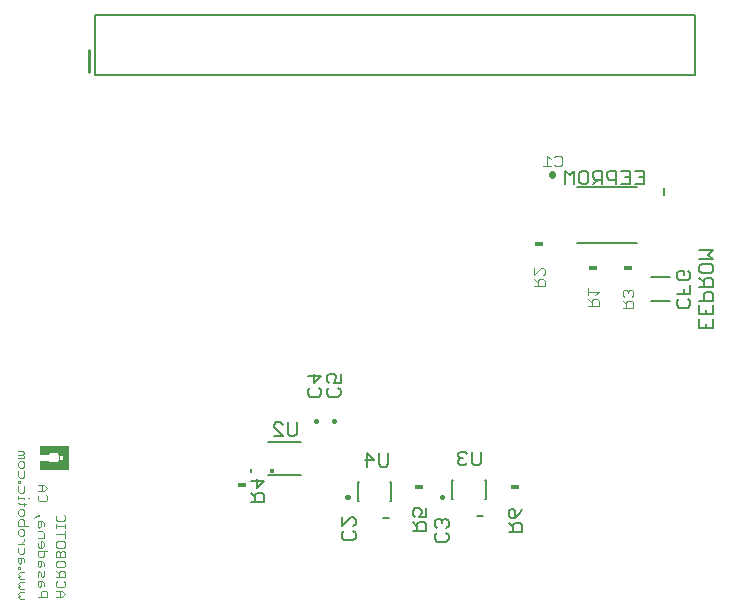
<source format=gbo>
G75*
%MOIN*%
%OFA0B0*%
%FSLAX24Y24*%
%IPPOS*%
%LPD*%
%AMOC8*
5,1,8,0,0,1.08239X$1,22.5*
%
%ADD10C,0.0040*%
%ADD11C,0.0050*%
%ADD12C,0.0100*%
%ADD13C,0.0080*%
%ADD14C,0.0060*%
%ADD15R,0.0100X0.0250*%
%ADD16R,0.0300X0.0180*%
%ADD17C,0.0220*%
%ADD18C,0.0010*%
%ADD19C,0.0157*%
%ADD20C,0.0160*%
%ADD21R,0.0280X0.0160*%
D10*
X000433Y002872D02*
X000380Y002925D01*
X000433Y002979D01*
X000380Y003032D01*
X000433Y003085D01*
X000594Y003085D01*
X000594Y003203D02*
X000433Y003203D01*
X000380Y003257D01*
X000433Y003310D01*
X000380Y003363D01*
X000433Y003417D01*
X000594Y003417D01*
X000594Y003535D02*
X000433Y003535D01*
X000380Y003588D01*
X000433Y003642D01*
X000380Y003695D01*
X000433Y003748D01*
X000594Y003748D01*
X000433Y003866D02*
X000433Y003920D01*
X000380Y003920D01*
X000380Y003866D01*
X000433Y003866D01*
X000433Y004032D02*
X000487Y004085D01*
X000487Y004246D01*
X000540Y004246D02*
X000380Y004246D01*
X000380Y004085D01*
X000433Y004032D01*
X000594Y004085D02*
X000594Y004192D01*
X000540Y004246D01*
X000540Y004363D02*
X000433Y004363D01*
X000380Y004417D01*
X000380Y004577D01*
X000380Y004695D02*
X000594Y004695D01*
X000594Y004802D02*
X000594Y004855D01*
X000594Y004802D02*
X000487Y004695D01*
X000594Y004577D02*
X000594Y004417D01*
X000540Y004363D01*
X001030Y004301D02*
X001083Y004248D01*
X001190Y004248D01*
X001244Y004301D01*
X001244Y004461D01*
X001350Y004461D02*
X001030Y004461D01*
X001030Y004301D01*
X001030Y004130D02*
X001030Y003970D01*
X001083Y003916D01*
X001137Y003970D01*
X001137Y004130D01*
X001190Y004130D02*
X001030Y004130D01*
X001190Y004130D02*
X001244Y004076D01*
X001244Y003970D01*
X001244Y003798D02*
X001244Y003638D01*
X001190Y003585D01*
X001137Y003638D01*
X001137Y003745D01*
X001083Y003798D01*
X001030Y003745D01*
X001030Y003585D01*
X001030Y003467D02*
X001030Y003307D01*
X001083Y003253D01*
X001137Y003307D01*
X001137Y003467D01*
X001190Y003467D02*
X001030Y003467D01*
X001190Y003467D02*
X001244Y003413D01*
X001244Y003307D01*
X001297Y003135D02*
X001190Y003135D01*
X001137Y003082D01*
X001137Y002922D01*
X001030Y002922D02*
X001350Y002922D01*
X001350Y003082D01*
X001297Y003135D01*
X001630Y003135D02*
X001844Y003135D01*
X001950Y003029D01*
X001844Y002922D01*
X001630Y002922D01*
X001790Y002922D02*
X001790Y003135D01*
X001683Y003253D02*
X001630Y003307D01*
X001630Y003413D01*
X001683Y003467D01*
X001630Y003585D02*
X001950Y003585D01*
X001950Y003745D01*
X001897Y003798D01*
X001790Y003798D01*
X001737Y003745D01*
X001737Y003585D01*
X001737Y003692D02*
X001630Y003798D01*
X001683Y003916D02*
X001630Y003970D01*
X001630Y004076D01*
X001683Y004130D01*
X001897Y004130D01*
X001950Y004076D01*
X001950Y003970D01*
X001897Y003916D01*
X001683Y003916D01*
X001630Y004248D02*
X001630Y004408D01*
X001683Y004461D01*
X001737Y004461D01*
X001790Y004408D01*
X001790Y004248D01*
X001790Y004408D02*
X001844Y004461D01*
X001897Y004461D01*
X001950Y004408D01*
X001950Y004248D01*
X001630Y004248D01*
X001683Y004579D02*
X001630Y004633D01*
X001630Y004739D01*
X001683Y004793D01*
X001897Y004793D01*
X001950Y004739D01*
X001950Y004633D01*
X001897Y004579D01*
X001683Y004579D01*
X001950Y004911D02*
X001950Y005124D01*
X001950Y005017D02*
X001630Y005017D01*
X001630Y005242D02*
X001630Y005349D01*
X001630Y005296D02*
X001950Y005296D01*
X001950Y005349D02*
X001950Y005242D01*
X001897Y005463D02*
X001683Y005463D01*
X001630Y005517D01*
X001630Y005623D01*
X001683Y005677D01*
X001897Y005677D02*
X001950Y005623D01*
X001950Y005517D01*
X001897Y005463D01*
X001244Y005402D02*
X001190Y005456D01*
X001030Y005456D01*
X001030Y005296D01*
X001083Y005242D01*
X001137Y005296D01*
X001137Y005456D01*
X001244Y005402D02*
X001244Y005296D01*
X001190Y005124D02*
X001030Y005124D01*
X001190Y005124D02*
X001244Y005071D01*
X001244Y004911D01*
X001030Y004911D01*
X001137Y004793D02*
X001137Y004579D01*
X001190Y004579D02*
X001244Y004633D01*
X001244Y004739D01*
X001190Y004793D01*
X001137Y004793D01*
X001030Y004739D02*
X001030Y004633D01*
X001083Y004579D01*
X001190Y004579D01*
X000594Y005025D02*
X000594Y005131D01*
X000540Y005185D01*
X000433Y005185D01*
X000380Y005131D01*
X000380Y005025D01*
X000433Y004971D01*
X000540Y004971D01*
X000594Y005025D01*
X000594Y005303D02*
X000594Y005463D01*
X000540Y005516D01*
X000433Y005516D01*
X000380Y005463D01*
X000380Y005303D01*
X000700Y005303D01*
X000923Y005574D02*
X001030Y005680D01*
X001030Y005627D01*
X001083Y005627D01*
X001083Y005680D01*
X001030Y005680D01*
X000594Y005688D02*
X000594Y005794D01*
X000540Y005848D01*
X000433Y005848D01*
X000380Y005794D01*
X000380Y005688D01*
X000433Y005634D01*
X000540Y005634D01*
X000594Y005688D01*
X000594Y005966D02*
X000594Y006072D01*
X000647Y006019D02*
X000433Y006019D01*
X000380Y006072D01*
X000380Y006187D02*
X000380Y006293D01*
X000380Y006240D02*
X000594Y006240D01*
X000594Y006187D01*
X000700Y006240D02*
X000754Y006240D01*
X000540Y006408D02*
X000433Y006408D01*
X000380Y006461D01*
X000380Y006621D01*
X000380Y006739D02*
X000380Y006792D01*
X000433Y006792D01*
X000433Y006739D01*
X000380Y006739D01*
X000433Y006905D02*
X000380Y006958D01*
X000380Y007118D01*
X000433Y007236D02*
X000380Y007290D01*
X000380Y007396D01*
X000433Y007450D01*
X000540Y007450D01*
X000594Y007396D01*
X000594Y007290D01*
X000540Y007236D01*
X000433Y007236D01*
X000594Y007118D02*
X000594Y006958D01*
X000540Y006905D01*
X000433Y006905D01*
X000594Y006621D02*
X000594Y006461D01*
X000540Y006408D01*
X001030Y006458D02*
X001244Y006458D01*
X001350Y006564D01*
X001244Y006671D01*
X001030Y006671D01*
X001190Y006671D02*
X001190Y006458D01*
X001083Y006340D02*
X001030Y006286D01*
X001030Y006180D01*
X001083Y006126D01*
X001297Y006126D01*
X001350Y006180D01*
X001350Y006286D01*
X001297Y006340D01*
X000594Y007568D02*
X000380Y007568D01*
X000380Y007675D02*
X000540Y007675D01*
X000594Y007728D01*
X000540Y007781D01*
X000380Y007781D01*
X000540Y007675D02*
X000594Y007621D01*
X000594Y007568D01*
X001897Y003467D02*
X001950Y003413D01*
X001950Y003307D01*
X001897Y003253D01*
X001683Y003253D01*
X000594Y002872D02*
X000433Y002872D01*
X017580Y013285D02*
X017940Y013285D01*
X017940Y013465D01*
X017880Y013525D01*
X017760Y013525D01*
X017700Y013465D01*
X017700Y013285D01*
X017700Y013405D02*
X017580Y013525D01*
X017580Y013653D02*
X017820Y013894D01*
X017880Y013894D01*
X017940Y013834D01*
X017940Y013714D01*
X017880Y013653D01*
X017580Y013653D02*
X017580Y013894D01*
X019380Y013230D02*
X019380Y012990D01*
X019380Y013110D02*
X019740Y013110D01*
X019620Y012990D01*
X019560Y012862D02*
X019500Y012802D01*
X019500Y012622D01*
X019500Y012742D02*
X019380Y012862D01*
X019560Y012862D02*
X019680Y012862D01*
X019740Y012802D01*
X019740Y012622D01*
X019380Y012622D01*
X020530Y012572D02*
X020890Y012572D01*
X020890Y012752D01*
X020830Y012812D01*
X020710Y012812D01*
X020650Y012752D01*
X020650Y012572D01*
X020650Y012692D02*
X020530Y012812D01*
X020590Y012940D02*
X020530Y013000D01*
X020530Y013120D01*
X020590Y013180D01*
X020650Y013180D01*
X020710Y013120D01*
X020710Y013060D01*
X020710Y013120D02*
X020770Y013180D01*
X020830Y013180D01*
X020890Y013120D01*
X020890Y013000D01*
X020830Y012940D01*
X018440Y017282D02*
X018320Y017282D01*
X018260Y017342D01*
X018132Y017282D02*
X017891Y017282D01*
X018012Y017282D02*
X018012Y017642D01*
X018132Y017522D01*
X018260Y017582D02*
X018320Y017642D01*
X018440Y017642D01*
X018500Y017582D01*
X018500Y017342D01*
X018440Y017282D01*
D11*
X018628Y017146D02*
X018628Y016696D01*
X018928Y016696D02*
X018928Y017146D01*
X018778Y016996D01*
X018628Y017146D01*
X019088Y017071D02*
X019088Y016771D01*
X019164Y016696D01*
X019314Y016696D01*
X019389Y016771D01*
X019389Y017071D01*
X019314Y017146D01*
X019164Y017146D01*
X019088Y017071D01*
X019549Y017071D02*
X019549Y016921D01*
X019624Y016846D01*
X019849Y016846D01*
X019849Y016696D02*
X019849Y017146D01*
X019624Y017146D01*
X019549Y017071D01*
X019699Y016846D02*
X019549Y016696D01*
X020009Y016921D02*
X020084Y016846D01*
X020309Y016846D01*
X020309Y016696D02*
X020309Y017146D01*
X020084Y017146D01*
X020009Y017071D01*
X020009Y016921D01*
X020470Y016696D02*
X020770Y016696D01*
X020770Y017146D01*
X020470Y017146D01*
X020620Y016921D02*
X020770Y016921D01*
X020930Y016696D02*
X021230Y016696D01*
X021230Y017146D01*
X020930Y017146D01*
X021080Y016921D02*
X021230Y016921D01*
X023088Y014490D02*
X023539Y014490D01*
X023389Y014340D01*
X023539Y014190D01*
X023088Y014190D01*
X023163Y014030D02*
X023088Y013955D01*
X023088Y013805D01*
X023163Y013730D01*
X023464Y013730D01*
X023539Y013805D01*
X023539Y013955D01*
X023464Y014030D01*
X023163Y014030D01*
X023088Y013570D02*
X023238Y013419D01*
X023238Y013495D02*
X023238Y013269D01*
X023088Y013269D02*
X023539Y013269D01*
X023539Y013495D01*
X023464Y013570D01*
X023314Y013570D01*
X023238Y013495D01*
X023314Y013109D02*
X023238Y013034D01*
X023238Y012809D01*
X023088Y012809D02*
X023539Y012809D01*
X023539Y013034D01*
X023464Y013109D01*
X023314Y013109D01*
X023539Y012649D02*
X023539Y012349D01*
X023088Y012349D01*
X023088Y012649D01*
X023314Y012499D02*
X023314Y012349D01*
X023539Y012188D02*
X023539Y011888D01*
X023088Y011888D01*
X023088Y012188D01*
X023314Y012038D02*
X023314Y011888D01*
X022714Y012579D02*
X022413Y012579D01*
X022338Y012654D01*
X022338Y012804D01*
X022413Y012879D01*
X022338Y013039D02*
X022789Y013039D01*
X022789Y013339D01*
X022714Y013500D02*
X022413Y013500D01*
X022338Y013575D01*
X022338Y013725D01*
X022413Y013800D01*
X022564Y013800D01*
X022564Y013650D01*
X022714Y013800D02*
X022789Y013725D01*
X022789Y013575D01*
X022714Y013500D01*
X022564Y013189D02*
X022564Y013039D01*
X022714Y012879D02*
X022789Y012804D01*
X022789Y012654D01*
X022714Y012579D01*
X015810Y007777D02*
X015810Y007402D01*
X015735Y007327D01*
X015585Y007327D01*
X015510Y007402D01*
X015510Y007777D01*
X015350Y007702D02*
X015275Y007777D01*
X015124Y007777D01*
X015049Y007702D01*
X015049Y007627D01*
X015124Y007552D01*
X015049Y007477D01*
X015049Y007402D01*
X015124Y007327D01*
X015275Y007327D01*
X015350Y007402D01*
X015199Y007552D02*
X015124Y007552D01*
X013985Y005887D02*
X013985Y005587D01*
X013760Y005587D01*
X013835Y005737D01*
X013835Y005812D01*
X013760Y005887D01*
X013610Y005887D01*
X013535Y005812D01*
X013535Y005662D01*
X013610Y005587D01*
X013535Y005427D02*
X013685Y005277D01*
X013685Y005352D02*
X013685Y005127D01*
X013535Y005127D02*
X013985Y005127D01*
X013985Y005352D01*
X013910Y005427D01*
X013760Y005427D01*
X013685Y005352D01*
X014285Y005312D02*
X014360Y005237D01*
X014285Y005312D02*
X014285Y005462D01*
X014360Y005537D01*
X014435Y005537D01*
X014510Y005462D01*
X014510Y005387D01*
X014510Y005462D02*
X014585Y005537D01*
X014660Y005537D01*
X014735Y005462D01*
X014735Y005312D01*
X014660Y005237D01*
X014660Y005077D02*
X014735Y005002D01*
X014735Y004852D01*
X014660Y004777D01*
X014360Y004777D01*
X014285Y004852D01*
X014285Y005002D01*
X014360Y005077D01*
X016735Y005106D02*
X017185Y005106D01*
X017185Y005331D01*
X017110Y005406D01*
X016960Y005406D01*
X016885Y005331D01*
X016885Y005106D01*
X016885Y005256D02*
X016735Y005406D01*
X016810Y005566D02*
X016735Y005641D01*
X016735Y005792D01*
X016810Y005867D01*
X016885Y005867D01*
X016960Y005792D01*
X016960Y005566D01*
X016810Y005566D01*
X016960Y005566D02*
X017110Y005717D01*
X017185Y005867D01*
X012710Y007352D02*
X012635Y007277D01*
X012485Y007277D01*
X012410Y007352D01*
X012410Y007727D01*
X012250Y007502D02*
X011949Y007502D01*
X012024Y007277D02*
X012024Y007727D01*
X012250Y007502D01*
X012710Y007352D02*
X012710Y007727D01*
X011560Y005587D02*
X011635Y005512D01*
X011635Y005362D01*
X011560Y005287D01*
X011560Y005127D02*
X011635Y005052D01*
X011635Y004902D01*
X011560Y004827D01*
X011260Y004827D01*
X011185Y004902D01*
X011185Y005052D01*
X011260Y005127D01*
X011185Y005287D02*
X011485Y005587D01*
X011560Y005587D01*
X011185Y005587D02*
X011185Y005287D01*
X008585Y006106D02*
X008585Y006331D01*
X008510Y006406D01*
X008360Y006406D01*
X008285Y006331D01*
X008285Y006106D01*
X008135Y006106D02*
X008585Y006106D01*
X008285Y006256D02*
X008135Y006406D01*
X008360Y006566D02*
X008360Y006867D01*
X008135Y006792D02*
X008585Y006792D01*
X008360Y006566D01*
X008160Y007102D02*
X008160Y007202D01*
X008903Y008300D02*
X009203Y008300D01*
X008903Y008600D01*
X008903Y008675D01*
X008978Y008750D01*
X009128Y008750D01*
X009203Y008675D01*
X009363Y008750D02*
X009363Y008375D01*
X009438Y008300D01*
X009589Y008300D01*
X009664Y008375D01*
X009664Y008750D01*
X010110Y009606D02*
X010035Y009681D01*
X010035Y009831D01*
X010110Y009906D01*
X010260Y010066D02*
X010260Y010367D01*
X010035Y010292D02*
X010485Y010292D01*
X010260Y010066D01*
X010410Y009906D02*
X010485Y009831D01*
X010485Y009681D01*
X010410Y009606D01*
X010110Y009606D01*
X010685Y009681D02*
X010685Y009831D01*
X010760Y009906D01*
X010760Y010066D02*
X010685Y010141D01*
X010685Y010292D01*
X010760Y010367D01*
X010910Y010367D01*
X010985Y010292D01*
X010985Y010217D01*
X010910Y010066D01*
X011135Y010066D01*
X011135Y010367D01*
X011060Y009906D02*
X011135Y009831D01*
X011135Y009681D01*
X011060Y009606D01*
X010760Y009606D01*
X010685Y009681D01*
D12*
X002755Y020421D02*
X002755Y021171D01*
D13*
X002955Y020321D02*
X002955Y022321D01*
X022955Y022321D01*
X022955Y020321D01*
X002955Y020321D01*
X008709Y008113D02*
X009811Y008113D01*
X009811Y006991D02*
X008709Y006991D01*
X011700Y006771D02*
X011700Y006133D01*
X011737Y006133D01*
X011737Y006771D02*
X011700Y006771D01*
X012783Y006771D02*
X012820Y006771D01*
X012820Y006133D01*
X012783Y006133D01*
X012746Y005571D02*
X012534Y005571D01*
X014850Y006183D02*
X014887Y006183D01*
X014850Y006183D02*
X014850Y006821D01*
X014887Y006821D01*
X015933Y006821D02*
X015970Y006821D01*
X015970Y006183D01*
X015933Y006183D01*
X015896Y005621D02*
X015684Y005621D01*
X021495Y012808D02*
X022125Y012808D01*
X022125Y013596D02*
X021495Y013596D01*
D14*
X021015Y014741D02*
X019005Y014741D01*
X019005Y016601D02*
X021015Y016601D01*
D15*
X021905Y016421D03*
D16*
X020710Y013902D03*
X019560Y013902D03*
X017760Y014702D03*
D17*
X018170Y017000D02*
X018170Y017024D01*
D18*
X002038Y007978D02*
X002038Y007202D01*
X001110Y007202D01*
X001110Y007476D01*
X001380Y007476D01*
X001406Y007426D01*
X001688Y007426D01*
X001728Y007474D01*
X001746Y007474D01*
X001746Y007674D01*
X001730Y007674D01*
X001730Y007500D01*
X001730Y007478D01*
X001752Y007478D01*
X001752Y007500D01*
X001844Y007500D01*
X001870Y007528D01*
X001870Y007654D01*
X001848Y007676D01*
X001730Y007676D01*
X001730Y007706D01*
X001690Y007754D01*
X001406Y007754D01*
X001382Y007704D01*
X001108Y007704D01*
X001108Y007978D01*
X002038Y007978D01*
X002038Y007971D02*
X001108Y007971D01*
X001108Y007962D02*
X002038Y007962D01*
X002038Y007954D02*
X001108Y007954D01*
X001108Y007945D02*
X002038Y007945D01*
X002038Y007937D02*
X001108Y007937D01*
X001108Y007928D02*
X002038Y007928D01*
X002038Y007920D02*
X001108Y007920D01*
X001108Y007911D02*
X002038Y007911D01*
X002038Y007903D02*
X001108Y007903D01*
X001108Y007894D02*
X002038Y007894D01*
X002038Y007886D02*
X001108Y007886D01*
X001108Y007877D02*
X002038Y007877D01*
X002038Y007869D02*
X001108Y007869D01*
X001108Y007860D02*
X002038Y007860D01*
X002038Y007852D02*
X001108Y007852D01*
X001108Y007843D02*
X002038Y007843D01*
X002038Y007835D02*
X001108Y007835D01*
X001108Y007826D02*
X002038Y007826D01*
X002038Y007818D02*
X001108Y007818D01*
X001108Y007809D02*
X002038Y007809D01*
X002038Y007801D02*
X001108Y007801D01*
X001108Y007792D02*
X002038Y007792D01*
X002038Y007784D02*
X001108Y007784D01*
X001108Y007775D02*
X002038Y007775D01*
X002038Y007767D02*
X001108Y007767D01*
X001108Y007758D02*
X002038Y007758D01*
X002038Y007750D02*
X001694Y007750D01*
X001701Y007741D02*
X002038Y007741D01*
X002038Y007733D02*
X001708Y007733D01*
X001715Y007724D02*
X002038Y007724D01*
X002038Y007716D02*
X001722Y007716D01*
X001729Y007707D02*
X002038Y007707D01*
X002038Y007699D02*
X001730Y007699D01*
X001730Y007690D02*
X002038Y007690D01*
X002038Y007682D02*
X001730Y007682D01*
X001730Y007673D02*
X001746Y007673D01*
X001746Y007665D02*
X001730Y007665D01*
X001730Y007656D02*
X001746Y007656D01*
X001746Y007648D02*
X001730Y007648D01*
X001730Y007639D02*
X001746Y007639D01*
X001746Y007631D02*
X001730Y007631D01*
X001730Y007622D02*
X001746Y007622D01*
X001746Y007614D02*
X001730Y007614D01*
X001730Y007605D02*
X001746Y007605D01*
X001746Y007597D02*
X001730Y007597D01*
X001730Y007588D02*
X001746Y007588D01*
X001746Y007580D02*
X001730Y007580D01*
X001730Y007571D02*
X001746Y007571D01*
X001746Y007563D02*
X001730Y007563D01*
X001730Y007554D02*
X001746Y007554D01*
X001746Y007546D02*
X001730Y007546D01*
X001730Y007537D02*
X001746Y007537D01*
X001746Y007529D02*
X001730Y007529D01*
X001730Y007520D02*
X001746Y007520D01*
X001746Y007512D02*
X001730Y007512D01*
X001730Y007503D02*
X001746Y007503D01*
X001746Y007495D02*
X001730Y007495D01*
X001730Y007486D02*
X001746Y007486D01*
X001752Y007486D02*
X002038Y007486D01*
X002038Y007478D02*
X001746Y007478D01*
X001752Y007495D02*
X002038Y007495D01*
X002038Y007503D02*
X001847Y007503D01*
X001855Y007512D02*
X002038Y007512D01*
X002038Y007520D02*
X001863Y007520D01*
X001870Y007529D02*
X002038Y007529D01*
X002038Y007537D02*
X001870Y007537D01*
X001870Y007546D02*
X002038Y007546D01*
X002038Y007554D02*
X001870Y007554D01*
X001870Y007563D02*
X002038Y007563D01*
X002038Y007571D02*
X001870Y007571D01*
X001870Y007580D02*
X002038Y007580D01*
X002038Y007588D02*
X001870Y007588D01*
X001870Y007597D02*
X002038Y007597D01*
X002038Y007605D02*
X001870Y007605D01*
X001870Y007614D02*
X002038Y007614D01*
X002038Y007622D02*
X001870Y007622D01*
X001870Y007631D02*
X002038Y007631D01*
X002038Y007639D02*
X001870Y007639D01*
X001870Y007648D02*
X002038Y007648D01*
X002038Y007656D02*
X001868Y007656D01*
X001859Y007665D02*
X002038Y007665D01*
X002038Y007673D02*
X001851Y007673D01*
X001724Y007469D02*
X002038Y007469D01*
X002038Y007461D02*
X001717Y007461D01*
X001710Y007452D02*
X002038Y007452D01*
X002038Y007444D02*
X001703Y007444D01*
X001696Y007435D02*
X002038Y007435D01*
X002038Y007427D02*
X001689Y007427D01*
X001406Y007427D02*
X001110Y007427D01*
X001110Y007435D02*
X001401Y007435D01*
X001397Y007444D02*
X001110Y007444D01*
X001110Y007452D02*
X001392Y007452D01*
X001388Y007461D02*
X001110Y007461D01*
X001110Y007469D02*
X001384Y007469D01*
X001384Y007707D02*
X001108Y007707D01*
X001108Y007716D02*
X001388Y007716D01*
X001392Y007724D02*
X001108Y007724D01*
X001108Y007733D02*
X001396Y007733D01*
X001400Y007741D02*
X001108Y007741D01*
X001108Y007750D02*
X001404Y007750D01*
X001110Y007418D02*
X002038Y007418D01*
X002038Y007410D02*
X001110Y007410D01*
X001110Y007401D02*
X002038Y007401D01*
X002038Y007393D02*
X001110Y007393D01*
X001110Y007384D02*
X002038Y007384D01*
X002038Y007376D02*
X001110Y007376D01*
X001110Y007367D02*
X002038Y007367D01*
X002038Y007359D02*
X001110Y007359D01*
X001110Y007350D02*
X002038Y007350D01*
X002038Y007342D02*
X001110Y007342D01*
X001110Y007333D02*
X002038Y007333D01*
X002038Y007325D02*
X001110Y007325D01*
X001110Y007316D02*
X002038Y007316D01*
X002038Y007308D02*
X001110Y007308D01*
X001110Y007299D02*
X002038Y007299D01*
X002038Y007291D02*
X001110Y007291D01*
X001110Y007282D02*
X002038Y007282D01*
X002038Y007274D02*
X001110Y007274D01*
X001110Y007265D02*
X002038Y007265D01*
X002038Y007257D02*
X001110Y007257D01*
X001110Y007248D02*
X002038Y007248D01*
X002038Y007240D02*
X001110Y007240D01*
X001110Y007231D02*
X002038Y007231D01*
X002038Y007223D02*
X001110Y007223D01*
X001110Y007214D02*
X002038Y007214D01*
X002038Y007206D02*
X001110Y007206D01*
D19*
X008847Y007138D03*
D20*
X010298Y008802D02*
X010322Y008802D01*
X010898Y008802D02*
X010922Y008802D01*
X011348Y006252D02*
X011372Y006252D01*
X014498Y006252D02*
X014522Y006252D01*
D21*
X013760Y006602D03*
X016960Y006602D03*
X007860Y006652D03*
M02*

</source>
